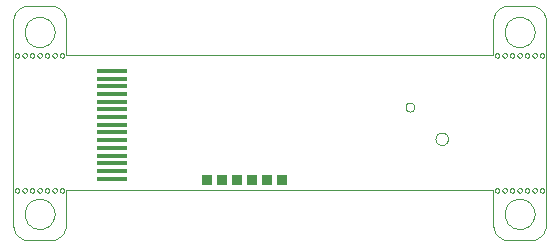
<source format=gbp>
G75*
%MOIN*%
%OFA0B0*%
%FSLAX24Y24*%
%IPPOS*%
%LPD*%
%AMOC8*
5,1,8,0,0,1.08239X$1,22.5*
%
%ADD10C,0.0000*%
%ADD11R,0.1024X0.0138*%
%ADD12R,0.0320X0.0350*%
D10*
X004943Y002737D02*
X005693Y002737D01*
X005737Y002739D01*
X005780Y002745D01*
X005822Y002754D01*
X005864Y002767D01*
X005904Y002784D01*
X005943Y002804D01*
X005980Y002827D01*
X006014Y002854D01*
X006047Y002883D01*
X006076Y002916D01*
X006103Y002950D01*
X006126Y002987D01*
X006146Y003026D01*
X006163Y003066D01*
X006176Y003108D01*
X006185Y003150D01*
X006191Y003193D01*
X006193Y003237D01*
X006193Y004393D01*
X020443Y004393D01*
X020443Y003237D01*
X020445Y003193D01*
X020451Y003150D01*
X020460Y003108D01*
X020473Y003066D01*
X020490Y003026D01*
X020510Y002987D01*
X020533Y002950D01*
X020560Y002916D01*
X020589Y002883D01*
X020622Y002854D01*
X020656Y002827D01*
X020693Y002804D01*
X020732Y002784D01*
X020772Y002767D01*
X020814Y002754D01*
X020856Y002745D01*
X020899Y002739D01*
X020943Y002737D01*
X021693Y002737D01*
X021737Y002739D01*
X021780Y002745D01*
X021822Y002754D01*
X021864Y002767D01*
X021904Y002784D01*
X021943Y002804D01*
X021980Y002827D01*
X022014Y002854D01*
X022047Y002883D01*
X022076Y002916D01*
X022103Y002950D01*
X022126Y002987D01*
X022146Y003026D01*
X022163Y003066D01*
X022176Y003108D01*
X022185Y003150D01*
X022191Y003193D01*
X022193Y003237D01*
X022193Y010050D01*
X022191Y010094D01*
X022185Y010137D01*
X022176Y010179D01*
X022163Y010221D01*
X022146Y010261D01*
X022126Y010300D01*
X022103Y010337D01*
X022076Y010371D01*
X022047Y010404D01*
X022014Y010433D01*
X021980Y010460D01*
X021943Y010483D01*
X021904Y010503D01*
X021864Y010520D01*
X021822Y010533D01*
X021780Y010542D01*
X021737Y010548D01*
X021693Y010550D01*
X020943Y010550D01*
X020899Y010548D01*
X020856Y010542D01*
X020814Y010533D01*
X020772Y010520D01*
X020732Y010503D01*
X020693Y010483D01*
X020656Y010460D01*
X020622Y010433D01*
X020589Y010404D01*
X020560Y010371D01*
X020533Y010337D01*
X020510Y010300D01*
X020490Y010261D01*
X020473Y010221D01*
X020460Y010179D01*
X020451Y010137D01*
X020445Y010094D01*
X020443Y010050D01*
X020443Y008893D01*
X006193Y008893D01*
X006193Y010050D01*
X006191Y010094D01*
X006185Y010137D01*
X006176Y010179D01*
X006163Y010221D01*
X006146Y010261D01*
X006126Y010300D01*
X006103Y010337D01*
X006076Y010371D01*
X006047Y010404D01*
X006014Y010433D01*
X005980Y010460D01*
X005943Y010483D01*
X005904Y010503D01*
X005864Y010520D01*
X005822Y010533D01*
X005780Y010542D01*
X005737Y010548D01*
X005693Y010550D01*
X004943Y010550D01*
X004899Y010548D01*
X004856Y010542D01*
X004814Y010533D01*
X004772Y010520D01*
X004732Y010503D01*
X004693Y010483D01*
X004656Y010460D01*
X004622Y010433D01*
X004589Y010404D01*
X004560Y010371D01*
X004533Y010337D01*
X004510Y010300D01*
X004490Y010261D01*
X004473Y010221D01*
X004460Y010179D01*
X004451Y010137D01*
X004445Y010094D01*
X004443Y010050D01*
X004443Y003237D01*
X004445Y003193D01*
X004451Y003150D01*
X004460Y003108D01*
X004473Y003066D01*
X004490Y003026D01*
X004510Y002987D01*
X004533Y002950D01*
X004560Y002916D01*
X004589Y002883D01*
X004622Y002854D01*
X004656Y002827D01*
X004693Y002804D01*
X004732Y002784D01*
X004772Y002767D01*
X004814Y002754D01*
X004856Y002745D01*
X004899Y002739D01*
X004943Y002737D01*
X004818Y003612D02*
X004820Y003656D01*
X004826Y003700D01*
X004836Y003743D01*
X004849Y003785D01*
X004866Y003826D01*
X004887Y003865D01*
X004911Y003902D01*
X004938Y003937D01*
X004968Y003969D01*
X005001Y003999D01*
X005037Y004025D01*
X005074Y004049D01*
X005114Y004068D01*
X005155Y004085D01*
X005198Y004097D01*
X005241Y004106D01*
X005285Y004111D01*
X005329Y004112D01*
X005373Y004109D01*
X005417Y004102D01*
X005460Y004091D01*
X005502Y004077D01*
X005542Y004059D01*
X005581Y004037D01*
X005617Y004013D01*
X005651Y003985D01*
X005683Y003954D01*
X005712Y003920D01*
X005738Y003884D01*
X005760Y003846D01*
X005779Y003806D01*
X005794Y003764D01*
X005806Y003722D01*
X005814Y003678D01*
X005818Y003634D01*
X005818Y003590D01*
X005814Y003546D01*
X005806Y003502D01*
X005794Y003460D01*
X005779Y003418D01*
X005760Y003378D01*
X005738Y003340D01*
X005712Y003304D01*
X005683Y003270D01*
X005651Y003239D01*
X005617Y003211D01*
X005581Y003187D01*
X005542Y003165D01*
X005502Y003147D01*
X005460Y003133D01*
X005417Y003122D01*
X005373Y003115D01*
X005329Y003112D01*
X005285Y003113D01*
X005241Y003118D01*
X005198Y003127D01*
X005155Y003139D01*
X005114Y003156D01*
X005074Y003175D01*
X005037Y003199D01*
X005001Y003225D01*
X004968Y003255D01*
X004938Y003287D01*
X004911Y003322D01*
X004887Y003359D01*
X004866Y003398D01*
X004849Y003439D01*
X004836Y003481D01*
X004826Y003524D01*
X004820Y003568D01*
X004818Y003612D01*
X004743Y004393D02*
X004745Y004410D01*
X004750Y004426D01*
X004759Y004440D01*
X004771Y004452D01*
X004785Y004461D01*
X004801Y004466D01*
X004818Y004468D01*
X004835Y004466D01*
X004851Y004461D01*
X004865Y004452D01*
X004877Y004440D01*
X004886Y004426D01*
X004891Y004410D01*
X004893Y004393D01*
X004891Y004376D01*
X004886Y004360D01*
X004877Y004346D01*
X004865Y004334D01*
X004851Y004325D01*
X004835Y004320D01*
X004818Y004318D01*
X004801Y004320D01*
X004785Y004325D01*
X004771Y004334D01*
X004759Y004346D01*
X004750Y004360D01*
X004745Y004376D01*
X004743Y004393D01*
X004493Y004393D02*
X004495Y004410D01*
X004500Y004426D01*
X004509Y004440D01*
X004521Y004452D01*
X004535Y004461D01*
X004551Y004466D01*
X004568Y004468D01*
X004585Y004466D01*
X004601Y004461D01*
X004615Y004452D01*
X004627Y004440D01*
X004636Y004426D01*
X004641Y004410D01*
X004643Y004393D01*
X004641Y004376D01*
X004636Y004360D01*
X004627Y004346D01*
X004615Y004334D01*
X004601Y004325D01*
X004585Y004320D01*
X004568Y004318D01*
X004551Y004320D01*
X004535Y004325D01*
X004521Y004334D01*
X004509Y004346D01*
X004500Y004360D01*
X004495Y004376D01*
X004493Y004393D01*
X004993Y004393D02*
X004995Y004410D01*
X005000Y004426D01*
X005009Y004440D01*
X005021Y004452D01*
X005035Y004461D01*
X005051Y004466D01*
X005068Y004468D01*
X005085Y004466D01*
X005101Y004461D01*
X005115Y004452D01*
X005127Y004440D01*
X005136Y004426D01*
X005141Y004410D01*
X005143Y004393D01*
X005141Y004376D01*
X005136Y004360D01*
X005127Y004346D01*
X005115Y004334D01*
X005101Y004325D01*
X005085Y004320D01*
X005068Y004318D01*
X005051Y004320D01*
X005035Y004325D01*
X005021Y004334D01*
X005009Y004346D01*
X005000Y004360D01*
X004995Y004376D01*
X004993Y004393D01*
X005243Y004393D02*
X005245Y004410D01*
X005250Y004426D01*
X005259Y004440D01*
X005271Y004452D01*
X005285Y004461D01*
X005301Y004466D01*
X005318Y004468D01*
X005335Y004466D01*
X005351Y004461D01*
X005365Y004452D01*
X005377Y004440D01*
X005386Y004426D01*
X005391Y004410D01*
X005393Y004393D01*
X005391Y004376D01*
X005386Y004360D01*
X005377Y004346D01*
X005365Y004334D01*
X005351Y004325D01*
X005335Y004320D01*
X005318Y004318D01*
X005301Y004320D01*
X005285Y004325D01*
X005271Y004334D01*
X005259Y004346D01*
X005250Y004360D01*
X005245Y004376D01*
X005243Y004393D01*
X005493Y004393D02*
X005495Y004410D01*
X005500Y004426D01*
X005509Y004440D01*
X005521Y004452D01*
X005535Y004461D01*
X005551Y004466D01*
X005568Y004468D01*
X005585Y004466D01*
X005601Y004461D01*
X005615Y004452D01*
X005627Y004440D01*
X005636Y004426D01*
X005641Y004410D01*
X005643Y004393D01*
X005641Y004376D01*
X005636Y004360D01*
X005627Y004346D01*
X005615Y004334D01*
X005601Y004325D01*
X005585Y004320D01*
X005568Y004318D01*
X005551Y004320D01*
X005535Y004325D01*
X005521Y004334D01*
X005509Y004346D01*
X005500Y004360D01*
X005495Y004376D01*
X005493Y004393D01*
X005743Y004393D02*
X005745Y004410D01*
X005750Y004426D01*
X005759Y004440D01*
X005771Y004452D01*
X005785Y004461D01*
X005801Y004466D01*
X005818Y004468D01*
X005835Y004466D01*
X005851Y004461D01*
X005865Y004452D01*
X005877Y004440D01*
X005886Y004426D01*
X005891Y004410D01*
X005893Y004393D01*
X005891Y004376D01*
X005886Y004360D01*
X005877Y004346D01*
X005865Y004334D01*
X005851Y004325D01*
X005835Y004320D01*
X005818Y004318D01*
X005801Y004320D01*
X005785Y004325D01*
X005771Y004334D01*
X005759Y004346D01*
X005750Y004360D01*
X005745Y004376D01*
X005743Y004393D01*
X005993Y004393D02*
X005995Y004410D01*
X006000Y004426D01*
X006009Y004440D01*
X006021Y004452D01*
X006035Y004461D01*
X006051Y004466D01*
X006068Y004468D01*
X006085Y004466D01*
X006101Y004461D01*
X006115Y004452D01*
X006127Y004440D01*
X006136Y004426D01*
X006141Y004410D01*
X006143Y004393D01*
X006141Y004376D01*
X006136Y004360D01*
X006127Y004346D01*
X006115Y004334D01*
X006101Y004325D01*
X006085Y004320D01*
X006068Y004318D01*
X006051Y004320D01*
X006035Y004325D01*
X006021Y004334D01*
X006009Y004346D01*
X006000Y004360D01*
X005995Y004376D01*
X005993Y004393D01*
X005993Y008893D02*
X005995Y008910D01*
X006000Y008926D01*
X006009Y008940D01*
X006021Y008952D01*
X006035Y008961D01*
X006051Y008966D01*
X006068Y008968D01*
X006085Y008966D01*
X006101Y008961D01*
X006115Y008952D01*
X006127Y008940D01*
X006136Y008926D01*
X006141Y008910D01*
X006143Y008893D01*
X006141Y008876D01*
X006136Y008860D01*
X006127Y008846D01*
X006115Y008834D01*
X006101Y008825D01*
X006085Y008820D01*
X006068Y008818D01*
X006051Y008820D01*
X006035Y008825D01*
X006021Y008834D01*
X006009Y008846D01*
X006000Y008860D01*
X005995Y008876D01*
X005993Y008893D01*
X005743Y008893D02*
X005745Y008910D01*
X005750Y008926D01*
X005759Y008940D01*
X005771Y008952D01*
X005785Y008961D01*
X005801Y008966D01*
X005818Y008968D01*
X005835Y008966D01*
X005851Y008961D01*
X005865Y008952D01*
X005877Y008940D01*
X005886Y008926D01*
X005891Y008910D01*
X005893Y008893D01*
X005891Y008876D01*
X005886Y008860D01*
X005877Y008846D01*
X005865Y008834D01*
X005851Y008825D01*
X005835Y008820D01*
X005818Y008818D01*
X005801Y008820D01*
X005785Y008825D01*
X005771Y008834D01*
X005759Y008846D01*
X005750Y008860D01*
X005745Y008876D01*
X005743Y008893D01*
X005493Y008893D02*
X005495Y008910D01*
X005500Y008926D01*
X005509Y008940D01*
X005521Y008952D01*
X005535Y008961D01*
X005551Y008966D01*
X005568Y008968D01*
X005585Y008966D01*
X005601Y008961D01*
X005615Y008952D01*
X005627Y008940D01*
X005636Y008926D01*
X005641Y008910D01*
X005643Y008893D01*
X005641Y008876D01*
X005636Y008860D01*
X005627Y008846D01*
X005615Y008834D01*
X005601Y008825D01*
X005585Y008820D01*
X005568Y008818D01*
X005551Y008820D01*
X005535Y008825D01*
X005521Y008834D01*
X005509Y008846D01*
X005500Y008860D01*
X005495Y008876D01*
X005493Y008893D01*
X005243Y008893D02*
X005245Y008910D01*
X005250Y008926D01*
X005259Y008940D01*
X005271Y008952D01*
X005285Y008961D01*
X005301Y008966D01*
X005318Y008968D01*
X005335Y008966D01*
X005351Y008961D01*
X005365Y008952D01*
X005377Y008940D01*
X005386Y008926D01*
X005391Y008910D01*
X005393Y008893D01*
X005391Y008876D01*
X005386Y008860D01*
X005377Y008846D01*
X005365Y008834D01*
X005351Y008825D01*
X005335Y008820D01*
X005318Y008818D01*
X005301Y008820D01*
X005285Y008825D01*
X005271Y008834D01*
X005259Y008846D01*
X005250Y008860D01*
X005245Y008876D01*
X005243Y008893D01*
X004993Y008893D02*
X004995Y008910D01*
X005000Y008926D01*
X005009Y008940D01*
X005021Y008952D01*
X005035Y008961D01*
X005051Y008966D01*
X005068Y008968D01*
X005085Y008966D01*
X005101Y008961D01*
X005115Y008952D01*
X005127Y008940D01*
X005136Y008926D01*
X005141Y008910D01*
X005143Y008893D01*
X005141Y008876D01*
X005136Y008860D01*
X005127Y008846D01*
X005115Y008834D01*
X005101Y008825D01*
X005085Y008820D01*
X005068Y008818D01*
X005051Y008820D01*
X005035Y008825D01*
X005021Y008834D01*
X005009Y008846D01*
X005000Y008860D01*
X004995Y008876D01*
X004993Y008893D01*
X004743Y008893D02*
X004745Y008910D01*
X004750Y008926D01*
X004759Y008940D01*
X004771Y008952D01*
X004785Y008961D01*
X004801Y008966D01*
X004818Y008968D01*
X004835Y008966D01*
X004851Y008961D01*
X004865Y008952D01*
X004877Y008940D01*
X004886Y008926D01*
X004891Y008910D01*
X004893Y008893D01*
X004891Y008876D01*
X004886Y008860D01*
X004877Y008846D01*
X004865Y008834D01*
X004851Y008825D01*
X004835Y008820D01*
X004818Y008818D01*
X004801Y008820D01*
X004785Y008825D01*
X004771Y008834D01*
X004759Y008846D01*
X004750Y008860D01*
X004745Y008876D01*
X004743Y008893D01*
X004493Y008893D02*
X004495Y008910D01*
X004500Y008926D01*
X004509Y008940D01*
X004521Y008952D01*
X004535Y008961D01*
X004551Y008966D01*
X004568Y008968D01*
X004585Y008966D01*
X004601Y008961D01*
X004615Y008952D01*
X004627Y008940D01*
X004636Y008926D01*
X004641Y008910D01*
X004643Y008893D01*
X004641Y008876D01*
X004636Y008860D01*
X004627Y008846D01*
X004615Y008834D01*
X004601Y008825D01*
X004585Y008820D01*
X004568Y008818D01*
X004551Y008820D01*
X004535Y008825D01*
X004521Y008834D01*
X004509Y008846D01*
X004500Y008860D01*
X004495Y008876D01*
X004493Y008893D01*
X004818Y009675D02*
X004820Y009719D01*
X004826Y009763D01*
X004836Y009806D01*
X004849Y009848D01*
X004866Y009889D01*
X004887Y009928D01*
X004911Y009965D01*
X004938Y010000D01*
X004968Y010032D01*
X005001Y010062D01*
X005037Y010088D01*
X005074Y010112D01*
X005114Y010131D01*
X005155Y010148D01*
X005198Y010160D01*
X005241Y010169D01*
X005285Y010174D01*
X005329Y010175D01*
X005373Y010172D01*
X005417Y010165D01*
X005460Y010154D01*
X005502Y010140D01*
X005542Y010122D01*
X005581Y010100D01*
X005617Y010076D01*
X005651Y010048D01*
X005683Y010017D01*
X005712Y009983D01*
X005738Y009947D01*
X005760Y009909D01*
X005779Y009869D01*
X005794Y009827D01*
X005806Y009785D01*
X005814Y009741D01*
X005818Y009697D01*
X005818Y009653D01*
X005814Y009609D01*
X005806Y009565D01*
X005794Y009523D01*
X005779Y009481D01*
X005760Y009441D01*
X005738Y009403D01*
X005712Y009367D01*
X005683Y009333D01*
X005651Y009302D01*
X005617Y009274D01*
X005581Y009250D01*
X005542Y009228D01*
X005502Y009210D01*
X005460Y009196D01*
X005417Y009185D01*
X005373Y009178D01*
X005329Y009175D01*
X005285Y009176D01*
X005241Y009181D01*
X005198Y009190D01*
X005155Y009202D01*
X005114Y009219D01*
X005074Y009238D01*
X005037Y009262D01*
X005001Y009288D01*
X004968Y009318D01*
X004938Y009350D01*
X004911Y009385D01*
X004887Y009422D01*
X004866Y009461D01*
X004849Y009502D01*
X004836Y009544D01*
X004826Y009587D01*
X004820Y009631D01*
X004818Y009675D01*
X017516Y007172D02*
X017518Y007196D01*
X017524Y007219D01*
X017533Y007241D01*
X017546Y007261D01*
X017561Y007279D01*
X017580Y007294D01*
X017601Y007306D01*
X017623Y007314D01*
X017646Y007319D01*
X017670Y007320D01*
X017694Y007317D01*
X017716Y007310D01*
X017738Y007300D01*
X017758Y007287D01*
X017775Y007270D01*
X017789Y007251D01*
X017800Y007230D01*
X017808Y007207D01*
X017812Y007184D01*
X017812Y007160D01*
X017808Y007137D01*
X017800Y007114D01*
X017789Y007093D01*
X017775Y007074D01*
X017758Y007057D01*
X017738Y007044D01*
X017716Y007034D01*
X017694Y007027D01*
X017670Y007024D01*
X017646Y007025D01*
X017623Y007030D01*
X017601Y007038D01*
X017580Y007050D01*
X017561Y007065D01*
X017546Y007083D01*
X017533Y007103D01*
X017524Y007125D01*
X017518Y007148D01*
X017516Y007172D01*
X018515Y006114D02*
X018517Y006142D01*
X018523Y006170D01*
X018532Y006196D01*
X018545Y006222D01*
X018561Y006245D01*
X018581Y006265D01*
X018603Y006283D01*
X018627Y006298D01*
X018653Y006309D01*
X018680Y006317D01*
X018708Y006321D01*
X018736Y006321D01*
X018764Y006317D01*
X018791Y006309D01*
X018817Y006298D01*
X018841Y006283D01*
X018863Y006265D01*
X018883Y006245D01*
X018899Y006222D01*
X018912Y006196D01*
X018921Y006170D01*
X018927Y006142D01*
X018929Y006114D01*
X018927Y006086D01*
X018921Y006058D01*
X018912Y006032D01*
X018899Y006006D01*
X018883Y005983D01*
X018863Y005963D01*
X018841Y005945D01*
X018817Y005930D01*
X018791Y005919D01*
X018764Y005911D01*
X018736Y005907D01*
X018708Y005907D01*
X018680Y005911D01*
X018653Y005919D01*
X018627Y005930D01*
X018603Y005945D01*
X018581Y005963D01*
X018561Y005983D01*
X018545Y006006D01*
X018532Y006032D01*
X018523Y006058D01*
X018517Y006086D01*
X018515Y006114D01*
X020493Y004393D02*
X020495Y004410D01*
X020500Y004426D01*
X020509Y004440D01*
X020521Y004452D01*
X020535Y004461D01*
X020551Y004466D01*
X020568Y004468D01*
X020585Y004466D01*
X020601Y004461D01*
X020615Y004452D01*
X020627Y004440D01*
X020636Y004426D01*
X020641Y004410D01*
X020643Y004393D01*
X020641Y004376D01*
X020636Y004360D01*
X020627Y004346D01*
X020615Y004334D01*
X020601Y004325D01*
X020585Y004320D01*
X020568Y004318D01*
X020551Y004320D01*
X020535Y004325D01*
X020521Y004334D01*
X020509Y004346D01*
X020500Y004360D01*
X020495Y004376D01*
X020493Y004393D01*
X020743Y004393D02*
X020745Y004410D01*
X020750Y004426D01*
X020759Y004440D01*
X020771Y004452D01*
X020785Y004461D01*
X020801Y004466D01*
X020818Y004468D01*
X020835Y004466D01*
X020851Y004461D01*
X020865Y004452D01*
X020877Y004440D01*
X020886Y004426D01*
X020891Y004410D01*
X020893Y004393D01*
X020891Y004376D01*
X020886Y004360D01*
X020877Y004346D01*
X020865Y004334D01*
X020851Y004325D01*
X020835Y004320D01*
X020818Y004318D01*
X020801Y004320D01*
X020785Y004325D01*
X020771Y004334D01*
X020759Y004346D01*
X020750Y004360D01*
X020745Y004376D01*
X020743Y004393D01*
X020993Y004393D02*
X020995Y004410D01*
X021000Y004426D01*
X021009Y004440D01*
X021021Y004452D01*
X021035Y004461D01*
X021051Y004466D01*
X021068Y004468D01*
X021085Y004466D01*
X021101Y004461D01*
X021115Y004452D01*
X021127Y004440D01*
X021136Y004426D01*
X021141Y004410D01*
X021143Y004393D01*
X021141Y004376D01*
X021136Y004360D01*
X021127Y004346D01*
X021115Y004334D01*
X021101Y004325D01*
X021085Y004320D01*
X021068Y004318D01*
X021051Y004320D01*
X021035Y004325D01*
X021021Y004334D01*
X021009Y004346D01*
X021000Y004360D01*
X020995Y004376D01*
X020993Y004393D01*
X021243Y004393D02*
X021245Y004410D01*
X021250Y004426D01*
X021259Y004440D01*
X021271Y004452D01*
X021285Y004461D01*
X021301Y004466D01*
X021318Y004468D01*
X021335Y004466D01*
X021351Y004461D01*
X021365Y004452D01*
X021377Y004440D01*
X021386Y004426D01*
X021391Y004410D01*
X021393Y004393D01*
X021391Y004376D01*
X021386Y004360D01*
X021377Y004346D01*
X021365Y004334D01*
X021351Y004325D01*
X021335Y004320D01*
X021318Y004318D01*
X021301Y004320D01*
X021285Y004325D01*
X021271Y004334D01*
X021259Y004346D01*
X021250Y004360D01*
X021245Y004376D01*
X021243Y004393D01*
X021493Y004393D02*
X021495Y004410D01*
X021500Y004426D01*
X021509Y004440D01*
X021521Y004452D01*
X021535Y004461D01*
X021551Y004466D01*
X021568Y004468D01*
X021585Y004466D01*
X021601Y004461D01*
X021615Y004452D01*
X021627Y004440D01*
X021636Y004426D01*
X021641Y004410D01*
X021643Y004393D01*
X021641Y004376D01*
X021636Y004360D01*
X021627Y004346D01*
X021615Y004334D01*
X021601Y004325D01*
X021585Y004320D01*
X021568Y004318D01*
X021551Y004320D01*
X021535Y004325D01*
X021521Y004334D01*
X021509Y004346D01*
X021500Y004360D01*
X021495Y004376D01*
X021493Y004393D01*
X021743Y004393D02*
X021745Y004410D01*
X021750Y004426D01*
X021759Y004440D01*
X021771Y004452D01*
X021785Y004461D01*
X021801Y004466D01*
X021818Y004468D01*
X021835Y004466D01*
X021851Y004461D01*
X021865Y004452D01*
X021877Y004440D01*
X021886Y004426D01*
X021891Y004410D01*
X021893Y004393D01*
X021891Y004376D01*
X021886Y004360D01*
X021877Y004346D01*
X021865Y004334D01*
X021851Y004325D01*
X021835Y004320D01*
X021818Y004318D01*
X021801Y004320D01*
X021785Y004325D01*
X021771Y004334D01*
X021759Y004346D01*
X021750Y004360D01*
X021745Y004376D01*
X021743Y004393D01*
X021993Y004393D02*
X021995Y004410D01*
X022000Y004426D01*
X022009Y004440D01*
X022021Y004452D01*
X022035Y004461D01*
X022051Y004466D01*
X022068Y004468D01*
X022085Y004466D01*
X022101Y004461D01*
X022115Y004452D01*
X022127Y004440D01*
X022136Y004426D01*
X022141Y004410D01*
X022143Y004393D01*
X022141Y004376D01*
X022136Y004360D01*
X022127Y004346D01*
X022115Y004334D01*
X022101Y004325D01*
X022085Y004320D01*
X022068Y004318D01*
X022051Y004320D01*
X022035Y004325D01*
X022021Y004334D01*
X022009Y004346D01*
X022000Y004360D01*
X021995Y004376D01*
X021993Y004393D01*
X020818Y003612D02*
X020820Y003656D01*
X020826Y003700D01*
X020836Y003743D01*
X020849Y003785D01*
X020866Y003826D01*
X020887Y003865D01*
X020911Y003902D01*
X020938Y003937D01*
X020968Y003969D01*
X021001Y003999D01*
X021037Y004025D01*
X021074Y004049D01*
X021114Y004068D01*
X021155Y004085D01*
X021198Y004097D01*
X021241Y004106D01*
X021285Y004111D01*
X021329Y004112D01*
X021373Y004109D01*
X021417Y004102D01*
X021460Y004091D01*
X021502Y004077D01*
X021542Y004059D01*
X021581Y004037D01*
X021617Y004013D01*
X021651Y003985D01*
X021683Y003954D01*
X021712Y003920D01*
X021738Y003884D01*
X021760Y003846D01*
X021779Y003806D01*
X021794Y003764D01*
X021806Y003722D01*
X021814Y003678D01*
X021818Y003634D01*
X021818Y003590D01*
X021814Y003546D01*
X021806Y003502D01*
X021794Y003460D01*
X021779Y003418D01*
X021760Y003378D01*
X021738Y003340D01*
X021712Y003304D01*
X021683Y003270D01*
X021651Y003239D01*
X021617Y003211D01*
X021581Y003187D01*
X021542Y003165D01*
X021502Y003147D01*
X021460Y003133D01*
X021417Y003122D01*
X021373Y003115D01*
X021329Y003112D01*
X021285Y003113D01*
X021241Y003118D01*
X021198Y003127D01*
X021155Y003139D01*
X021114Y003156D01*
X021074Y003175D01*
X021037Y003199D01*
X021001Y003225D01*
X020968Y003255D01*
X020938Y003287D01*
X020911Y003322D01*
X020887Y003359D01*
X020866Y003398D01*
X020849Y003439D01*
X020836Y003481D01*
X020826Y003524D01*
X020820Y003568D01*
X020818Y003612D01*
X020743Y008893D02*
X020745Y008910D01*
X020750Y008926D01*
X020759Y008940D01*
X020771Y008952D01*
X020785Y008961D01*
X020801Y008966D01*
X020818Y008968D01*
X020835Y008966D01*
X020851Y008961D01*
X020865Y008952D01*
X020877Y008940D01*
X020886Y008926D01*
X020891Y008910D01*
X020893Y008893D01*
X020891Y008876D01*
X020886Y008860D01*
X020877Y008846D01*
X020865Y008834D01*
X020851Y008825D01*
X020835Y008820D01*
X020818Y008818D01*
X020801Y008820D01*
X020785Y008825D01*
X020771Y008834D01*
X020759Y008846D01*
X020750Y008860D01*
X020745Y008876D01*
X020743Y008893D01*
X020493Y008893D02*
X020495Y008910D01*
X020500Y008926D01*
X020509Y008940D01*
X020521Y008952D01*
X020535Y008961D01*
X020551Y008966D01*
X020568Y008968D01*
X020585Y008966D01*
X020601Y008961D01*
X020615Y008952D01*
X020627Y008940D01*
X020636Y008926D01*
X020641Y008910D01*
X020643Y008893D01*
X020641Y008876D01*
X020636Y008860D01*
X020627Y008846D01*
X020615Y008834D01*
X020601Y008825D01*
X020585Y008820D01*
X020568Y008818D01*
X020551Y008820D01*
X020535Y008825D01*
X020521Y008834D01*
X020509Y008846D01*
X020500Y008860D01*
X020495Y008876D01*
X020493Y008893D01*
X020993Y008893D02*
X020995Y008910D01*
X021000Y008926D01*
X021009Y008940D01*
X021021Y008952D01*
X021035Y008961D01*
X021051Y008966D01*
X021068Y008968D01*
X021085Y008966D01*
X021101Y008961D01*
X021115Y008952D01*
X021127Y008940D01*
X021136Y008926D01*
X021141Y008910D01*
X021143Y008893D01*
X021141Y008876D01*
X021136Y008860D01*
X021127Y008846D01*
X021115Y008834D01*
X021101Y008825D01*
X021085Y008820D01*
X021068Y008818D01*
X021051Y008820D01*
X021035Y008825D01*
X021021Y008834D01*
X021009Y008846D01*
X021000Y008860D01*
X020995Y008876D01*
X020993Y008893D01*
X021243Y008893D02*
X021245Y008910D01*
X021250Y008926D01*
X021259Y008940D01*
X021271Y008952D01*
X021285Y008961D01*
X021301Y008966D01*
X021318Y008968D01*
X021335Y008966D01*
X021351Y008961D01*
X021365Y008952D01*
X021377Y008940D01*
X021386Y008926D01*
X021391Y008910D01*
X021393Y008893D01*
X021391Y008876D01*
X021386Y008860D01*
X021377Y008846D01*
X021365Y008834D01*
X021351Y008825D01*
X021335Y008820D01*
X021318Y008818D01*
X021301Y008820D01*
X021285Y008825D01*
X021271Y008834D01*
X021259Y008846D01*
X021250Y008860D01*
X021245Y008876D01*
X021243Y008893D01*
X021493Y008893D02*
X021495Y008910D01*
X021500Y008926D01*
X021509Y008940D01*
X021521Y008952D01*
X021535Y008961D01*
X021551Y008966D01*
X021568Y008968D01*
X021585Y008966D01*
X021601Y008961D01*
X021615Y008952D01*
X021627Y008940D01*
X021636Y008926D01*
X021641Y008910D01*
X021643Y008893D01*
X021641Y008876D01*
X021636Y008860D01*
X021627Y008846D01*
X021615Y008834D01*
X021601Y008825D01*
X021585Y008820D01*
X021568Y008818D01*
X021551Y008820D01*
X021535Y008825D01*
X021521Y008834D01*
X021509Y008846D01*
X021500Y008860D01*
X021495Y008876D01*
X021493Y008893D01*
X021743Y008893D02*
X021745Y008910D01*
X021750Y008926D01*
X021759Y008940D01*
X021771Y008952D01*
X021785Y008961D01*
X021801Y008966D01*
X021818Y008968D01*
X021835Y008966D01*
X021851Y008961D01*
X021865Y008952D01*
X021877Y008940D01*
X021886Y008926D01*
X021891Y008910D01*
X021893Y008893D01*
X021891Y008876D01*
X021886Y008860D01*
X021877Y008846D01*
X021865Y008834D01*
X021851Y008825D01*
X021835Y008820D01*
X021818Y008818D01*
X021801Y008820D01*
X021785Y008825D01*
X021771Y008834D01*
X021759Y008846D01*
X021750Y008860D01*
X021745Y008876D01*
X021743Y008893D01*
X021993Y008893D02*
X021995Y008910D01*
X022000Y008926D01*
X022009Y008940D01*
X022021Y008952D01*
X022035Y008961D01*
X022051Y008966D01*
X022068Y008968D01*
X022085Y008966D01*
X022101Y008961D01*
X022115Y008952D01*
X022127Y008940D01*
X022136Y008926D01*
X022141Y008910D01*
X022143Y008893D01*
X022141Y008876D01*
X022136Y008860D01*
X022127Y008846D01*
X022115Y008834D01*
X022101Y008825D01*
X022085Y008820D01*
X022068Y008818D01*
X022051Y008820D01*
X022035Y008825D01*
X022021Y008834D01*
X022009Y008846D01*
X022000Y008860D01*
X021995Y008876D01*
X021993Y008893D01*
X020818Y009675D02*
X020820Y009719D01*
X020826Y009763D01*
X020836Y009806D01*
X020849Y009848D01*
X020866Y009889D01*
X020887Y009928D01*
X020911Y009965D01*
X020938Y010000D01*
X020968Y010032D01*
X021001Y010062D01*
X021037Y010088D01*
X021074Y010112D01*
X021114Y010131D01*
X021155Y010148D01*
X021198Y010160D01*
X021241Y010169D01*
X021285Y010174D01*
X021329Y010175D01*
X021373Y010172D01*
X021417Y010165D01*
X021460Y010154D01*
X021502Y010140D01*
X021542Y010122D01*
X021581Y010100D01*
X021617Y010076D01*
X021651Y010048D01*
X021683Y010017D01*
X021712Y009983D01*
X021738Y009947D01*
X021760Y009909D01*
X021779Y009869D01*
X021794Y009827D01*
X021806Y009785D01*
X021814Y009741D01*
X021818Y009697D01*
X021818Y009653D01*
X021814Y009609D01*
X021806Y009565D01*
X021794Y009523D01*
X021779Y009481D01*
X021760Y009441D01*
X021738Y009403D01*
X021712Y009367D01*
X021683Y009333D01*
X021651Y009302D01*
X021617Y009274D01*
X021581Y009250D01*
X021542Y009228D01*
X021502Y009210D01*
X021460Y009196D01*
X021417Y009185D01*
X021373Y009178D01*
X021329Y009175D01*
X021285Y009176D01*
X021241Y009181D01*
X021198Y009190D01*
X021155Y009202D01*
X021114Y009219D01*
X021074Y009238D01*
X021037Y009262D01*
X021001Y009288D01*
X020968Y009318D01*
X020938Y009350D01*
X020911Y009385D01*
X020887Y009422D01*
X020866Y009461D01*
X020849Y009502D01*
X020836Y009544D01*
X020826Y009587D01*
X020820Y009631D01*
X020818Y009675D01*
D11*
X007724Y008372D03*
X007724Y008116D03*
X007724Y007860D03*
X007724Y007604D03*
X007724Y007349D03*
X007724Y007093D03*
X007724Y006837D03*
X007724Y006581D03*
X007724Y006325D03*
X007724Y006069D03*
X007724Y005813D03*
X007724Y005557D03*
X007724Y005301D03*
X007724Y005045D03*
X007724Y004789D03*
D12*
X010912Y004737D03*
X011412Y004737D03*
X011912Y004737D03*
X012412Y004737D03*
X012912Y004737D03*
X013412Y004737D03*
M02*

</source>
